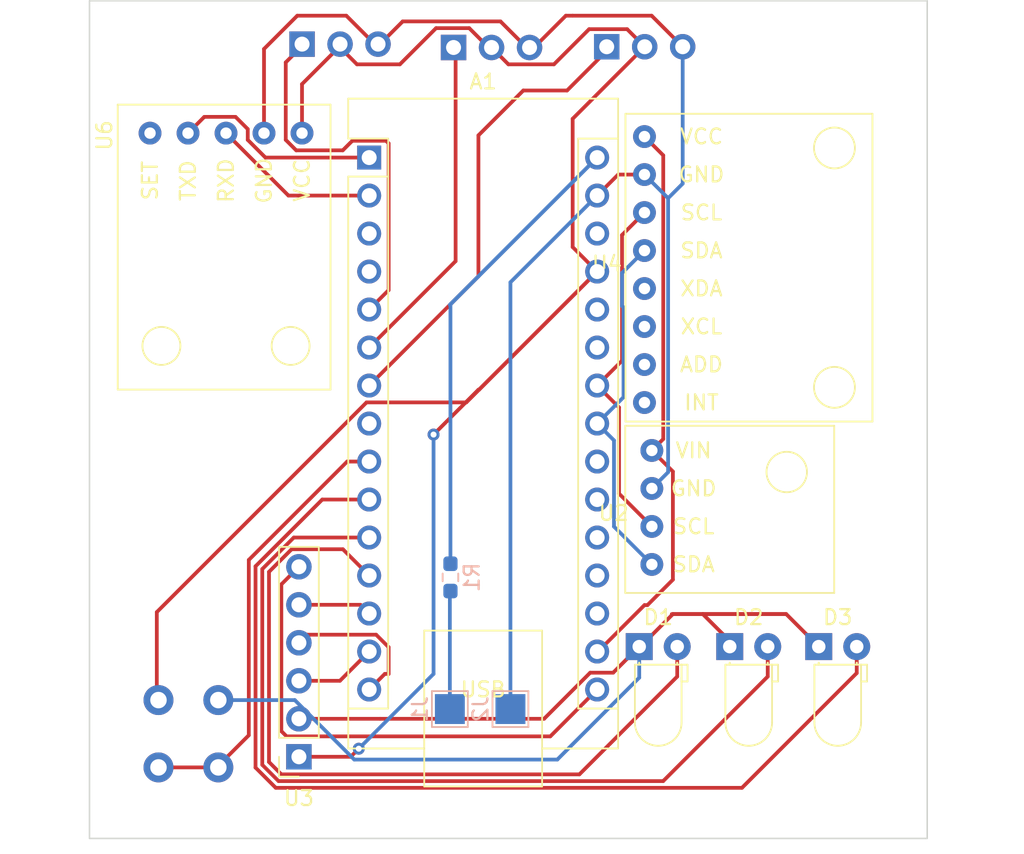
<source format=kicad_pcb>
(kicad_pcb (version 20221018) (generator pcbnew)
  (layers (0 "F.Cu" signal) (31 "B.Cu" signal) (34 "B.Paste" user) (35 "F.Paste" user) (36 "B.SilkS" user "B.Silkscreen") (37 "F.SilkS" user "F.Silkscreen") (38 "B.Mask" user) (39 "F.Mask" user) (44 "Edge.Cuts" user))
  (net 0 "")
  (net 2 "Earth")
  (net 3 "/D10")
  (net 4 "/D11")
  (net 5 "/D12")
  (net 6 "/D13")
  (net 7 "Net-(A1-3V3)")
  (net 13 "Net-(A1-A4)")
  (net 14 "Net-(A1-A5)")
  (net 17 "/5V")
  (net 23 "/TX")
  (net 24 "/RX")
  (net 27 "/D2")
  (net 28 "/D3")
  (net 29 "/D4")
  (net 30 "/D7")
  (net 31 "/D8")
  (net 32 "/D9")
  (net 33 "/D6")
  (net 34 "Net-(J2-Pin_1)")
  (net 35 "Net-(J1-Pin_1)")
  (net 36 "Net-(A1-VIN)")
  (footprint "LED_THT:LED_D3.0mm_Horizontal_O1.27mm_Z2.0mm" (layer "F.Cu") (at 141.8 104.175)
    (fp_text reference "D2" (at 1.27 -1.96) (layer "F.SilkS"))
    (fp_text value "LED")
    (fp_line (start -0.29 1.21) (end -0.29 5.07) (stroke (width 0.12)) (layer "F.SilkS"))
    (fp_line (start -0.29 1.21) (end 2.83 1.21) (stroke (width 0.12)) (layer "F.SilkS"))
    (fp_line (start 0 1.08) (end 0 1.08) (stroke (width 0.12)) (layer "F.SilkS"))
    (fp_line (start 0 1.08) (end 0 1.21) (stroke (width 0.12)) (layer "F.SilkS"))
    (fp_line (start 0 1.21) (end 0 1.08) (stroke (width 0.12)) (layer "F.SilkS"))
    (fp_line (start 0 1.21) (end 0 1.21) (stroke (width 0.12)) (layer "F.SilkS"))
    (fp_line (start 2.54 1.08) (end 2.54 1.08) (stroke (width 0.12)) (layer "F.SilkS"))
    (fp_line (start 2.54 1.08) (end 2.54 1.21) (stroke (width 0.12)) (layer "F.SilkS"))
    (fp_line (start 2.54 1.21) (end 2.54 1.08) (stroke (width 0.12)) (layer "F.SilkS"))
    (fp_line (start 2.54 1.21) (end 2.54 1.21) (stroke (width 0.12)) (layer "F.SilkS"))
    (fp_line (start 2.83 1.21) (end 2.83 5.07) (stroke (width 0.12)) (layer "F.SilkS"))
    (fp_line (start 2.83 1.21) (end 3.23 1.21) (stroke (width 0.12)) (layer "F.SilkS"))
    (fp_line (start 2.83 2.33) (end 2.83 1.21) (stroke (width 0.12)) (layer "F.SilkS"))
    (fp_line (start 3.23 1.21) (end 3.23 2.33) (stroke (width 0.12)) (layer "F.SilkS"))
    (fp_line (start 3.23 2.33) (end 2.83 2.33) (stroke (width 0.12)) (layer "F.SilkS"))
    (fp_arc (start 2.83 5.07) (mid 1.27 6.63) (end -0.29 5.07) (stroke (width 0.12)) (layer "F.SilkS"))
    (pad "1" thru_hole rect (at 0 0) (size 1.8 1.8) (drill 0.9) (layers "*.Cu" "*.Mask") (net 2 "Earth"))
    (pad "2" thru_hole circle (at 2.54 0) (size 1.8 1.8) (drill 0.9) (layers "*.Cu" "*.Mask") (net 31 "/D8"))
  )
  (footprint "usini_sensors:module_bme280_alt" (layer "F.Cu") (at 136.593 98.683)
    (fp_text reference "U2" (at -2.553 -3.433) (layer "F.SilkS"))
    (fp_text value "BMP180")
    (fp_text user "SCL" (at 2.794 -2.54) (layer "F.SilkS"))
    (fp_text user "GND" (at 2.794 -5.08) (layer "F.SilkS"))
    (fp_text user "SDA" (at 2.794 0) (layer "F.SilkS"))
    (fp_text user "VIN" (at 2.794 -7.62) (layer "F.SilkS"))
    (fp_line (start -1.778 -9.271) (end 12.192 -9.271) (stroke (width 0.12)) (layer "F.SilkS"))
    (fp_line (start -1.778 1.905) (end -1.778 -9.271) (stroke (width 0.12)) (layer "F.SilkS"))
    (fp_line (start 12.192 -9.271) (end 12.192 1.905) (stroke (width 0.12)) (layer "F.SilkS"))
    (fp_line (start 12.192 1.905) (end -1.778 1.905) (stroke (width 0.12)) (layer "F.SilkS"))
    (fp_circle (center 9.017 -6.179309) (end 9.779 -5.060916) (stroke (width 0.12)) (fill none) (layer "F.SilkS"))
    (pad "1" thru_hole circle (at 0 -7.62) (size 1.524 1.524) (drill 0.762) (layers "*.Cu" "*.Mask") (net 7 "Net-(A1-3V3)"))
    (pad "2" thru_hole circle (at 0 -5.08) (size 1.524 1.524) (drill 0.762) (layers "*.Cu" "*.Mask") (net 2 "Earth"))
    (pad "3" thru_hole circle (at 0 -2.54) (size 1.524 1.524) (drill 0.762) (layers "*.Cu" "*.Mask") (net 14 "Net-(A1-A5)"))
    (pad "4" thru_hole circle (at 0 0) (size 1.524 1.524) (drill 0.762) (layers "*.Cu" "*.Mask") (net 13 "Net-(A1-A4)"))
  )
  (footprint "Connector_PinSocket_2.54mm:PinSocket_1x06_P2.54mm_Vertical" (layer "F.Cu") (at 113 111.54 180)
    (fp_text reference "U3" (at 0 -2.77) (layer "F.SilkS"))
    (fp_text value "SD_Card_Reader")
    (fp_line (start -1.33 1.27) (end -1.33 14.03) (stroke (width 0.12)) (layer "F.SilkS"))
    (fp_line (start -1.33 1.27) (end 1.33 1.27) (stroke (width 0.12)) (layer "F.SilkS"))
    (fp_line (start -1.33 14.03) (end 1.33 14.03) (stroke (width 0.12)) (layer "F.SilkS"))
    (fp_line (start 0 -1.33) (end 1.33 -1.33) (stroke (width 0.12)) (layer "F.SilkS"))
    (fp_line (start 1.33 -1.33) (end 1.33 0) (stroke (width 0.12)) (layer "F.SilkS"))
    (fp_line (start 1.33 1.27) (end 1.33 14.03) (stroke (width 0.12)) (layer "F.SilkS"))
    (pad "1" thru_hole rect (at 0 0 180) (size 1.7 1.7) (drill 1) (layers "*.Cu" "*.Mask") (net 17 "/5V"))
    (pad "2" thru_hole oval (at 0 2.54 180) (size 1.7 1.7) (drill 1) (layers "*.Cu" "*.Mask") (net 2 "Earth"))
    (pad "3" thru_hole oval (at 0 5.08 180) (size 1.7 1.7) (drill 1) (layers "*.Cu" "*.Mask") (net 4 "/D11"))
    (pad "4" thru_hole oval (at 0 7.62 180) (size 1.7 1.7) (drill 1) (layers "*.Cu" "*.Mask") (net 5 "/D12"))
    (pad "5" thru_hole oval (at 0 10.16 180) (size 1.7 1.7) (drill 1) (layers "*.Cu" "*.Mask") (net 3 "/D10"))
    (pad "6" thru_hole oval (at 0 12.7 180) (size 1.7 1.7) (drill 1) (layers "*.Cu" "*.Mask") (net 6 "/D13"))
  )
  (footprint "LED_THT:LED_D3.0mm_Horizontal_O1.27mm_Z2.0mm" (layer "F.Cu") (at 147.75 104.175)
    (fp_text reference "D3" (at 1.27 -1.96) (layer "F.SilkS"))
    (fp_text value "LED")
    (fp_line (start -0.29 1.21) (end -0.29 5.07) (stroke (width 0.12)) (layer "F.SilkS"))
    (fp_line (start -0.29 1.21) (end 2.83 1.21) (stroke (width 0.12)) (layer "F.SilkS"))
    (fp_line (start 0 1.08) (end 0 1.08) (stroke (width 0.12)) (layer "F.SilkS"))
    (fp_line (start 0 1.08) (end 0 1.21) (stroke (width 0.12)) (layer "F.SilkS"))
    (fp_line (start 0 1.21) (end 0 1.08) (stroke (width 0.12)) (layer "F.SilkS"))
    (fp_line (start 0 1.21) (end 0 1.21) (stroke (width 0.12)) (layer "F.SilkS"))
    (fp_line (start 2.54 1.08) (end 2.54 1.08) (stroke (width 0.12)) (layer "F.SilkS"))
    (fp_line (start 2.54 1.08) (end 2.54 1.21) (stroke (width 0.12)) (layer "F.SilkS"))
    (fp_line (start 2.54 1.21) (end 2.54 1.08) (stroke (width 0.12)) (layer "F.SilkS"))
    (fp_line (start 2.54 1.21) (end 2.54 1.21) (stroke (width 0.12)) (layer "F.SilkS"))
    (fp_line (start 2.83 1.21) (end 2.83 5.07) (stroke (width 0.12)) (layer "F.SilkS"))
    (fp_line (start 2.83 1.21) (end 3.23 1.21) (stroke (width 0.12)) (layer "F.SilkS"))
    (fp_line (start 2.83 2.33) (end 2.83 1.21) (stroke (width 0.12)) (layer "F.SilkS"))
    (fp_line (start 3.23 1.21) (end 3.23 2.33) (stroke (width 0.12)) (layer "F.SilkS"))
    (fp_line (start 3.23 2.33) (end 2.83 2.33) (stroke (width 0.12)) (layer "F.SilkS"))
    (fp_arc (start 2.83 5.07) (mid 1.27 6.63) (end -0.29 5.07) (stroke (width 0.12)) (layer "F.SilkS"))
    (pad "1" thru_hole rect (at 0 0) (size 1.8 1.8) (drill 0.9) (layers "*.Cu" "*.Mask") (net 2 "Earth"))
    (pad "2" thru_hole circle (at 2.54 0) (size 1.8 1.8) (drill 0.9) (layers "*.Cu" "*.Mask") (net 30 "/D7"))
  )
  (footprint "usini_sensors:module_bh1750" (layer "F.Cu") (at 103.047 69.85 -90)
    (fp_text reference "U6" (at 0.15 3.047 -90) (layer "F.SilkS"))
    (fp_text value "HC-12")
    (fp_text user "TXD" (at 3.175 -2.54 90) (layer "F.SilkS"))
    (fp_text user "SET" (at 3.175 0 90) (layer "F.SilkS"))
    (fp_text user "GND" (at 3.175 -7.62 90) (layer "F.SilkS"))
    (fp_text user "RXD" (at 3.175 -5.08 90) (layer "F.SilkS"))
    (fp_text user "VCC" (at 3.15 -10.16 90) (layer "F.SilkS"))
    (fp_line (start -1.905 -12.065) (end 17.145 -12.065) (stroke (width 0.12)) (layer "F.SilkS"))
    (fp_line (start -1.905 2.159) (end -1.905 -12.065) (stroke (width 0.12)) (layer "F.SilkS"))
    (fp_line (start 17.145 -12.065) (end 17.145 2.159) (stroke (width 0.12)) (layer "F.SilkS"))
    (fp_line (start 17.145 2.159) (end -1.905 2.159) (stroke (width 0.12)) (layer "F.SilkS"))
    (fp_circle (center 14.224 -9.398) (end 14.224 -8.128) (stroke (width 0.12)) (fill none) (layer "F.SilkS"))
    (fp_circle (center 14.224 -0.762) (end 14.224 0.508) (stroke (width 0.12)) (fill none) (layer "F.SilkS"))
    (pad "1" thru_hole circle (at 0 -10.16 270) (size 1.524 1.524) (drill 0.762) (layers "*.Cu" "*.Mask") (net 17 "/5V"))
    (pad "2" thru_hole circle (at 0 -7.62 270) (size 1.524 1.524) (drill 0.762) (layers "*.Cu" "*.Mask") (net 2 "Earth"))
    (pad "3" thru_hole circle (at 0 -5.08 270) (size 1.524 1.524) (drill 0.762) (layers "*.Cu" "*.Mask") (net 24 "/RX"))
    (pad "4" thru_hole circle (at 0 -2.54 270) (size 1.524 1.524) (drill 0.762) (layers "*.Cu" "*.Mask") (net 23 "/TX"))
    (pad "5" thru_hole circle (at 0 0 270) (size 1.524 1.524) (drill 0.762) (layers "*.Cu" "*.Mask"))
  )
  (footprint "usini_sensors:module_mpu6050" (layer "F.Cu") (at 136.1 87.86)
    (fp_text reference "U4" (at -2.505 -9.277) (layer "F.SilkS"))
    (fp_text value "MPU")
    (fp_text user "ADD" (at 3.81 -2.54) (layer "F.SilkS"))
    (fp_text user "XDA" (at 3.81 -7.62) (layer "F.SilkS"))
    (fp_text user "VCC" (at 3.81 -17.78) (layer "F.SilkS"))
    (fp_text user "INT" (at 3.81 0) (layer "F.SilkS"))
    (fp_text user "SCL" (at 3.81 -12.7) (layer "F.SilkS"))
    (fp_text user "GND" (at 3.81 -15.24) (layer "F.SilkS"))
    (fp_text user "XCL" (at 3.81 -5.08) (layer "F.SilkS"))
    (fp_text user "SDA" (at 3.81 -10.16) (layer "F.SilkS"))
    (fp_line (start -1.27 -19.304) (end 15.24 -19.304) (stroke (width 0.12)) (layer "F.SilkS"))
    (fp_line (start -1.27 1.27) (end -1.27 -19.304) (stroke (width 0.12)) (layer "F.SilkS"))
    (fp_line (start 15.24 -19.304) (end 15.24 1.27) (stroke (width 0.12)) (layer "F.SilkS"))
    (fp_line (start 15.24 1.27) (end -1.27 1.27) (stroke (width 0.12)) (layer "F.SilkS"))
    (fp_circle (center 12.7 -17.018) (end 13.208 -15.748) (stroke (width 0.12)) (fill none) (layer "F.SilkS"))
    (fp_circle (center 12.7 -1.016) (end 13.208 0.254) (stroke (width 0.12)) (fill none) (layer "F.SilkS"))
    (pad "1" thru_hole circle (at 0 -17.78) (size 1.524 1.524) (drill 0.762) (layers "*.Cu" "*.Mask") (net 7 "Net-(A1-3V3)"))
    (pad "2" thru_hole circle (at 0 -15.24) (size 1.524 1.524) (drill 0.762) (layers "*.Cu" "*.Mask") (net 2 "Earth"))
    (pad "3" thru_hole circle (at 0 -12.7) (size 1.524 1.524) (drill 0.762) (layers "*.Cu" "*.Mask") (net 14 "Net-(A1-A5)"))
    (pad "4" thru_hole circle (at 0 -10.16) (size 1.524 1.524) (drill 0.762) (layers "*.Cu" "*.Mask") (net 13 "Net-(A1-A4)"))
    (pad "5" thru_hole circle (at 0 -7.62) (size 1.524 1.524) (drill 0.762) (layers "*.Cu" "*.Mask"))
    (pad "6" thru_hole circle (at 0 -5.08) (size 1.524 1.524) (drill 0.762) (layers "*.Cu" "*.Mask"))
    (pad "7" thru_hole circle (at 0 -2.54) (size 1.524 1.524) (drill 0.762) (layers "*.Cu" "*.Mask"))
    (pad "8" thru_hole circle (at 0 0) (size 1.524 1.524) (drill 0.762) (layers "*.Cu" "*.Mask"))
  )
  (footprint "Connector_PinHeader_2.54mm:PinHeader_1x03_P2.54mm_Horizontal" (layer "F.Cu") (at 113.16 63.85 90)
    (fp_text reference "M2" hide)
    (fp_text value "Motor_Servo" hide)
    (pad "1" thru_hole rect (at -0.05 0.05 90) (size 1.7 1.7) (drill 1) (layers "*.Cu" "*.Mask") (net 27 "/D2"))
    (pad "2" thru_hole oval (at -0.05 2.59 90) (size 1.7 1.7) (drill 1) (layers "*.Cu" "*.Mask") (net 17 "/5V"))
    (pad "3" thru_hole oval (at -0.05 5.13 90) (size 1.7 1.7) (drill 1) (layers "*.Cu" "*.Mask") (net 2 "Earth"))
  )
  (footprint "MountingHole:MountingHole_2.2mm_M2" (layer "F.Cu") (at 152 114)
    (fp_text reference "REF**" hide)
    (fp_text value "MountingHole_2.2mm_M2")
    (pad "" np_thru_hole circle (at 0 0) (size 2.2 2.2) (drill 2.2) (layers "*.Cu" "*.Mask"))
  )
  (footprint "Connector_PinHeader_2.54mm:PinHeader_1x03_P2.54mm_Horizontal" (layer "F.Cu") (at 133.575 64.075 90)
    (fp_text reference "M1" hide)
    (fp_text value "Motor_Servo" hide)
    (pad "1" thru_hole rect (at 0 0 90) (size 1.7 1.7) (drill 1) (layers "*.Cu" "*.Mask") (net 29 "/D4"))
    (pad "2" thru_hole oval (at 0 2.54 90) (size 1.7 1.7) (drill 1) (layers "*.Cu" "*.Mask") (net 17 "/5V"))
    (pad "3" thru_hole oval (at 0 5.08 90) (size 1.7 1.7) (drill 1) (layers "*.Cu" "*.Mask") (net 2 "Earth"))
  )
  (footprint "Button_Switch_THT:SW_PUSH_6mm_H4.3mm" (layer "F.Cu") (at 101.1125 107.75)
    (fp_text reference "U1" hide)
    (fp_text value "ADG633YCP" hide)
    (pad "1" thru_hole circle (at 2.5 0 90) (size 2 2) (drill 1.1) (layers "*.Cu" "*.Mask") (net 17 "/5V"))
    (pad "1" thru_hole circle (at 6.5 0 90) (size 2 2) (drill 1.1) (layers "*.Cu" "*.Mask") (net 2 "Earth"))
    (pad "2" thru_hole circle (at 2.5 4.5 90) (size 2 2) (drill 1.1) (layers "*.Cu" "*.Mask") (net 33 "/D6"))
    (pad "2" thru_hole circle (at 6.5 4.5 90) (size 2 2) (drill 1.1) (layers "*.Cu" "*.Mask") (net 33 "/D6"))
  )
  (footprint "MountingHole:MountingHole_2.2mm_M2" (layer "F.Cu") (at 102.5 64.4)
    (fp_text reference "REF**" hide)
    (fp_text value "MountingHole_2.2mm_M2")
    (pad "" np_thru_hole circle (at 0 0) (size 2.2 2.2) (drill 2.2) (layers "*.Cu" "*.Mask"))
  )
  (footprint "Module:Arduino_Nano" (layer "F.Cu") (at 117.697 71.484)
    (fp_text reference "A1" (at 7.62 -5.08) (layer "F.SilkS"))
    (fp_text value "Arduino_Nano_v3.x")
    (fp_text user "USB" (at 7.62 35.56 unlocked) (layer "F.SilkS"))
    (fp_line (start -1.4 -3.94) (end -1.4 -1.27) (stroke (width 0.12)) (layer "F.SilkS"))
    (fp_line (start -1.4 1.27) (end -1.4 39.5) (stroke (width 0.12)) (layer "F.SilkS"))
    (fp_line (start -1.4 39.5) (end 3.68 39.5) (stroke (width 0.12)) (layer "F.SilkS"))
    (fp_line (start 1.27 -1.27) (end -1.4 -1.27) (stroke (width 0.12)) (layer "F.SilkS"))
    (fp_line (start 1.27 1.27) (end -1.4 1.27) (stroke (width 0.12)) (layer "F.SilkS"))
    (fp_line (start 1.27 1.27) (end 1.27 -1.27) (stroke (width 0.12)) (layer "F.SilkS"))
    (fp_line (start 1.27 1.27) (end 1.27 36.83) (stroke (width 0.12)) (layer "F.SilkS"))
    (fp_line (start 1.27 36.83) (end -1.4 36.83) (stroke (width 0.12)) (layer "F.SilkS"))
    (fp_line (start 3.68 31.62) (end 11.56 31.62) (stroke (width 0.12)) (layer "F.SilkS"))
    (fp_line (start 3.68 42.04) (end 3.68 31.62) (stroke (width 0.12)) (layer "F.SilkS"))
    (fp_line (start 11.56 31.62) (end 11.56 42.04) (stroke (width 0.12)) (layer "F.SilkS"))
    (fp_line (start 11.56 42.04) (end 3.68 42.04) (stroke (width 0.12)) (layer "F.SilkS"))
    (fp_line (start 13.97 -1.27) (end 13.97 36.83) (stroke (width 0.12)) (layer "F.SilkS"))
    (fp_line (start 13.97 -1.27) (end 16.64 -1.27) (stroke (width 0.12)) (layer "F.SilkS"))
    (fp_line (start 13.97 36.83) (end 16.64 36.83) (stroke (width 0.12)) (layer "F.SilkS"))
    (fp_line (start 16.64 -3.94) (end -1.4 -3.94) (stroke (width 0.12)) (layer "F.SilkS"))
    (fp_line (start 16.64 39.5) (end 11.56 39.5) (stroke (width 0.12)) (layer "F.SilkS"))
    (fp_line (start 16.64 39.5) (end 16.64 -3.94) (stroke (width 0.12)) (layer "F.SilkS"))
    (pad "1" thru_hole rect (at 0 0) (size 1.6 1.6) (drill 1) (layers "*.Cu" "*.Mask") (net 23 "/TX"))
    (pad "2" thru_hole oval (at 0 2.54) (size 1.6 1.6) (drill 1) (layers "*.Cu" "*.Mask") (net 24 "/RX"))
    (pad "3" thru_hole oval (at 0 5.08) (size 1.6 1.6) (drill 1) (layers "*.Cu" "*.Mask"))
    (pad "4" thru_hole oval (at 0 7.62) (size 1.6 1.6) (drill 1) (layers "*.Cu" "*.Mask") (net 2 "Earth"))
    (pad "5" thru_hole oval (at 0 10.16) (size 1.6 1.6) (drill 1) (layers "*.Cu" "*.Mask") (net 27 "/D2"))
    (pad "6" thru_hole oval (at 0 12.7) (size 1.6 1.6) (drill 1) (layers "*.Cu" "*.Mask") (net 28 "/D3"))
    (pad "7" thru_hole oval (at 0 15.24) (size 1.6 1.6) (drill 1) (layers "*.Cu" "*.Mask") (net 29 "/D4"))
    (pad "8" thru_hole oval (at 0 17.78) (size 1.6 1.6) (drill 1) (layers "*.Cu" "*.Mask"))
    (pad "9" thru_hole oval (at 0 20.32) (size 1.6 1.6) (drill 1) (layers "*.Cu" "*.Mask") (net 33 "/D6"))
    (pad "10" thru_hole oval (at 0 22.86) (size 1.6 1.6) (drill 1) (layers "*.Cu" "*.Mask") (net 30 "/D7"))
    (pad "11" thru_hole oval (at 0 25.4) (size 1.6 1.6) (drill 1) (layers "*.Cu" "*.Mask") (net 31 "/D8"))
    (pad "12" thru_hole oval (at 0 27.94) (size 1.6 1.6) (drill 1) (layers "*.Cu" "*.Mask") (net 32 "/D9"))
    (pad "13" thru_hole oval (at 0 30.48) (size 1.6 1.6) (drill 1) (layers "*.Cu" "*.Mask") (net 3 "/D10"))
    (pad "14" thru_hole oval (at 0 33.02) (size 1.6 1.6) (drill 1) (layers "*.Cu" "*.Mask") (net 4 "/D11"))
    (pad "15" thru_hole oval (at 0 35.56) (size 1.6 1.6) (drill 1) (layers "*.Cu" "*.Mask") (net 5 "/D12"))
    (pad "16" thru_hole oval (at 15.24 35.56) (size 1.6 1.6) (drill 1) (layers "*.Cu" "*.Mask") (net 6 "/D13"))
    (pad "17" thru_hole oval (at 15.24 33.02) (size 1.6 1.6) (drill 1) (layers "*.Cu" "*.Mask") (net 7 "Net-(A1-3V3)"))
    (pad "18" thru_hole oval (at 15.24 30.48) (size 1.6 1.6) (drill 1) (layers "*.Cu" "*.Mask"))
    (pad "19" thru_hole oval (at 15.24 27.94) (size 1.6 1.6) (drill 1) (layers "*.Cu" "*.Mask"))
    (pad "20" thru_hole oval (at 15.24 25.4) (size 1.6 1.6) (drill 1) (layers "*.Cu" "*.Mask"))
    (pad "21" thru_hole oval (at 15.24 22.86) (size 1.6 1.6) (drill 1) (layers "*.Cu" "*.Mask"))
    (pad "22" thru_hole oval (at 15.24 20.32) (size 1.6 1.6) (drill 1) (layers "*.Cu" "*.Mask"))
    (pad "23" thru_hole oval (at 15.24 17.78) (size 1.6 1.6) (drill 1) (layers "*.Cu" "*.Mask") (net 13 "Net-(A1-A4)"))
    (pad "24" thru_hole oval (at 15.24 15.24) (size 1.6 1.6) (drill 1) (layers "*.Cu" "*.Mask") (net 14 "Net-(A1-A5)"))
    (pad "25" thru_hole oval (at 15.24 12.7) (size 1.6 1.6) (drill 1) (layers "*.Cu" "*.Mask"))
    (pad "26" thru_hole oval (at 15.24 10.16) (size 1.6 1.6) (drill 1) (layers "*.Cu" "*.Mask"))
    (pad "27" thru_hole oval (at 15.24 7.62) (size 1.6 1.6) (drill 1) (layers "*.Cu" "*.Mask") (net 17 "/5V"))
    (pad "28" thru_hole oval (at 15.24 5.08) (size 1.6 1.6) (drill 1) (layers "*.Cu" "*.Mask"))
    (pad "29" thru_hole oval (at 15.24 2.54) (size 1.6 1.6) (drill 1) (layers "*.Cu" "*.Mask") (net 2 "Earth"))
    (pad "30" thru_hole oval (at 15.24 0) (size 1.6 1.6) (drill 1) (layers "*.Cu" "*.Mask") (net 36 "Net-(A1-VIN)"))
  )
  (footprint "MountingHole:MountingHole_2.2mm_M2" (layer "F.Cu") (at 151 64.5)
    (fp_text reference "REF**" hide)
    (fp_text value "MountingHole_2.2mm_M2")
    (pad "" np_thru_hole circle (at 0 0) (size 2.2 2.2) (drill 2.2) (layers "*.Cu" "*.Mask"))
  )
  (footprint "Connector_PinHeader_2.54mm:PinHeader_1x03_P2.54mm_Horizontal" (layer "F.Cu") (at 123.2875 64.075 90)
    (fp_text reference "M3" hide)
    (fp_text value "Motor_Servo" hide)
    (pad "1" thru_hole rect (at -0.05 0.05 90) (size 1.7 1.7) (drill 1) (layers "*.Cu" "*.Mask") (net 28 "/D3"))
    (pad "2" thru_hole oval (at -0.05 2.59 90) (size 1.7 1.7) (drill 1) (layers "*.Cu" "*.Mask") (net 17 "/5V"))
    (pad "3" thru_hole oval (at -0.05 5.13 90) (size 1.7 1.7) (drill 1) (layers "*.Cu" "*.Mask") (net 2 "Earth"))
  )
  (footprint "LED_THT:LED_D3.0mm_Horizontal_O1.27mm_Z2.0mm" (layer "F.Cu") (at 135.75 104.175)
    (fp_text reference "D1" (at 1.27 -1.96) (layer "F.SilkS"))
    (fp_text value "LED")
    (fp_line (start -0.29 1.21) (end -0.29 5.07) (stroke (width 0.12)) (layer "F.SilkS"))
    (fp_line (start -0.29 1.21) (end 2.83 1.21) (stroke (width 0.12)) (layer "F.SilkS"))
    (fp_line (start 0 1.08) (end 0 1.08) (stroke (width 0.12)) (layer "F.SilkS"))
    (fp_line (start 0 1.08) (end 0 1.21) (stroke (width 0.12)) (layer "F.SilkS"))
    (fp_line (start 0 1.21) (end 0 1.08) (stroke (width 0.12)) (layer "F.SilkS"))
    (fp_line (start 0 1.21) (end 0 1.21) (stroke (width 0.12)) (layer "F.SilkS"))
    (fp_line (start 2.54 1.08) (end 2.54 1.08) (stroke (width 0.12)) (layer "F.SilkS"))
    (fp_line (start 2.54 1.08) (end 2.54 1.21) (stroke (width 0.12)) (layer "F.SilkS"))
    (fp_line (start 2.54 1.21) (end 2.54 1.08) (stroke (width 0.12)) (layer "F.SilkS"))
    (fp_line (start 2.54 1.21) (end 2.54 1.21) (stroke (width 0.12)) (layer "F.SilkS"))
    (fp_line (start 2.83 1.21) (end 2.83 5.07) (stroke (width 0.12)) (layer "F.SilkS"))
    (fp_line (start 2.83 1.21) (end 3.23 1.21) (stroke (width 0.12)) (layer "F.SilkS"))
    (fp_line (start 2.83 2.33) (end 2.83 1.21) (stroke (width 0.12)) (layer "F.SilkS"))
    (fp_line (start 3.23 1.21) (end 3.23 2.33) (stroke (width 0.12)) (layer "F.SilkS"))
    (fp_line (start 3.23 2.33) (end 2.83 2.33) (stroke (width 0.12)) (layer "F.SilkS"))
    (fp_arc (start 2.83 5.07) (mid 1.27 6.63) (end -0.29 5.07) (stroke (width 0.12)) (layer "F.SilkS"))
    (pad "1" thru_hole rect (at 0 0) (size 1.8 1.8) (drill 0.9) (layers "*.Cu" "*.Mask") (net 2 "Earth"))
    (pad "2" thru_hole circle (at 2.54 0) (size 1.8 1.8) (drill 0.9) (layers "*.Cu" "*.Mask") (net 32 "/D9"))
  )
  (footprint "TestPoint:TestPoint_Pad_2.0x2.0mm" (layer "B.Cu") (at 127.14 108.35 -90)
    (fp_text reference "J2" (at 0 1.998 90) (layer "B.SilkS") (effects (justify mirror)))
    (fp_text value "Conn_01x01_Pin")
    (fp_line (start -1.2 -1.2) (end -1.2 1.2) (stroke (width 0.12)) (layer "B.SilkS"))
    (fp_line (start -1.2 1.2) (end 1.2 1.2) (stroke (width 0.12)) (layer "B.SilkS"))
    (fp_line (start 1.2 -1.2) (end -1.2 -1.2) (stroke (width 0.12)) (layer "B.SilkS"))
    (fp_line (start 1.2 1.2) (end 1.2 -1.2) (stroke (width 0.12)) (layer "B.SilkS"))
    (pad "1" smd rect (at 0 0 270) (size 2 2) (layers "B.Cu" "B.Mask") (net 34 "Net-(J2-Pin_1)"))
  )
  (footprint "TestPoint:TestPoint_Pad_2.0x2.0mm" (layer "B.Cu") (at 123.09 108.35 -90)
    (fp_text reference "J1" (at 0 1.998 90) (layer "B.SilkS") (effects (justify mirror)))
    (fp_text value "Conn_01x01_Pin")
    (fp_line (start -1.2 -1.2) (end -1.2 1.2) (stroke (width 0.12)) (layer "B.SilkS"))
    (fp_line (start -1.2 1.2) (end 1.2 1.2) (stroke (width 0.12)) (layer "B.SilkS"))
    (fp_line (start 1.2 -1.2) (end -1.2 -1.2) (stroke (width 0.12)) (layer "B.SilkS"))
    (fp_line (start 1.2 1.2) (end 1.2 -1.2) (stroke (width 0.12)) (layer "B.SilkS"))
    (pad "1" smd rect (at 0 0 270) (size 2 2) (layers "B.Cu" "B.Mask") (net 35 "Net-(J1-Pin_1)"))
  )
  (footprint "Resistor_SMD:R_0603_1608Metric_Pad0.98x0.95mm_HandSolder" (layer "B.Cu") (at 123.13 99.5475 90)
    (fp_text reference "R1" (at 0 1.43 90) (layer "B.SilkS") (effects (justify mirror)))
    (fp_text value "TBD")
    (fp_line (start -0.254724 -0.5225) (end 0.254724 -0.5225) (stroke (width 0.12)) (layer "B.SilkS"))
    (fp_line (start -0.254724 0.5225) (end 0.254724 0.5225) (stroke (width 0.12)) (layer "B.SilkS"))
    (pad "1" smd roundrect (at -0.9125 0 90) (size 0.975 0.95) (layers "B.Cu" "B.Paste" "B.Mask") (net 35 "Net-(J1-Pin_1)"))
    (pad "2" smd roundrect (at 0.9125 0 90) (size 0.975 0.95) (layers "B.Cu" "B.Paste" "B.Mask") (net 36 "Net-(A1-VIN)"))
  )
  (gr_rect (start 99 61) (end 155 117) (stroke (width 0.1)) (fill none) (layer "Edge.Cuts"))
  (segment (start 134.341 72.62) (end 132.937 74.024) (width 0.25) (layer "F.Cu") (net 2))
  (segment (start 126.4725 62.38) (end 128.4675 64.375) (width 0.25) (layer "F.Cu") (net 2))
  (segment (start 140 102) (end 145.575 102) (width 0.25) (layer "F.Cu") (net 2))
  (segment (start 113 109) (end 118.43 109) (width 0.25) (layer "F.Cu") (net 2))
  (segment (start 137.925 102) (end 140 102) (width 0.25) (layer "F.Cu") (net 2))
  (segment (start 116.17 62) (end 118.245 64.075) (width 0.25) (layer "F.Cu") (net 2))
  (segment (start 138 102) (end 145.575 102) (width 0.25) (layer "F.Cu") (net 2))
  (segment (start 136.1 72.62) (end 134.341 72.62) (width 0.25) (layer "F.Cu") (net 2))
  (segment (start 118.245 64.075) (end 119.94 62.38) (width 0.25) (layer "F.Cu") (net 2))
  (segment (start 112.89 62) (end 116.17 62) (width 0.25) (layer "F.Cu") (net 2))
  (segment (start 118.43 109) (end 129.390009 109) (width 0.25) (layer "F.Cu") (net 2))
  (segment (start 140 102) (end 141.75 103.75) (width 0.25) (layer "F.Cu") (net 2))
  (segment (start 136.58 62) (end 131.3 62) (width 0.25) (layer "F.Cu") (net 2))
  (segment (start 128.4675 64.375) (end 130.8425 62) (width 0.25) (layer "F.Cu") (net 2))
  (segment (start 138.655 64.075) (end 136.58 62) (width 0.25) (layer "F.Cu") (net 2))
  (segment (start 135.75 104.175) (end 135.825 104.175) (width 0.25) (layer "F.Cu") (net 2))
  (segment (start 135.825 104.175) (end 138 102) (width 0.25) (layer "F.Cu") (net 2))
  (segment (start 119.94 62.38) (end 126.4725 62.38) (width 0.25) (layer "F.Cu") (net 2))
  (segment (start 132.471009 105.919) (end 134.006 105.919) (width 0.25) (layer "F.Cu") (net 2))
  (segment (start 145.575 102) (end 147.75 104.175) (width 0.25) (layer "F.Cu") (net 2))
  (segment (start 110.667 64.223) (end 112.89 62) (width 0.25) (layer "F.Cu") (net 2))
  (segment (start 129.390009 109) (end 132.471009 105.919) (width 0.25) (layer "F.Cu") (net 2))
  (segment (start 134.006 105.919) (end 135.75 104.175) (width 0.25) (layer "F.Cu") (net 2))
  (segment (start 110.667 69.85) (end 110.667 64.223) (width 0.25) (layer "F.Cu") (net 2))
  (segment (start 130.8425 62) (end 131.3 62) (width 0.25) (layer "F.Cu") (net 2))
  (segment (start 138.655 73.225) (end 137.68 74.2) (width 0.25) (layer "B.Cu") (net 2))
  (segment (start 135.75 106.25) (end 130.275 111.725) (width 0.25) (layer "B.Cu") (net 2))
  (segment (start 130.275 111.725) (end 116.699695 111.725) (width 0.25) (layer "B.Cu") (net 2))
  (segment (start 136.593 93.603) (end 137.68 92.516) (width 0.25) (layer "B.Cu") (net 2))
  (segment (start 137.68 92.516) (end 137.68 74.2) (width 0.25) (layer "B.Cu") (net 2))
  (segment (start 137.68 74.2) (end 136.1 72.62) (width 0.25) (layer "B.Cu") (net 2))
  (segment (start 138.655 64.075) (end 138.655 73.225) (width 0.25) (layer "B.Cu") (net 2))
  (segment (start 116.699695 111.725) (end 112.724695 107.75) (width 0.25) (layer "B.Cu") (net 2))
  (segment (start 135.75 104.175) (end 135.75 106.25) (width 0.25) (layer "B.Cu") (net 2))
  (segment (start 112.724695 107.75) (end 107.6125 107.75) (width 0.25) (layer "B.Cu") (net 2))
  (segment (start 117.113 101.38) (end 117.697 101.964) (width 0.25) (layer "F.Cu") (net 3))
  (segment (start 113 101.38) (end 117.113 101.38) (width 0.25) (layer "F.Cu") (net 3))
  (segment (start 113 106.46) (end 115.741 106.46) (width 0.25) (layer "F.Cu") (net 4))
  (segment (start 115.741 106.46) (end 117.697 104.504) (width 0.25) (layer "F.Cu") (net 4))
  (segment (start 118.741 106) (end 117.697 107.044) (width 0.25) (layer "F.Cu") (net 5))
  (segment (start 113 103.92) (end 113.541 103.379) (width 0.25) (layer "F.Cu") (net 5))
  (segment (start 113.541 103.379) (end 118.162991 103.379) (width 0.25) (layer "F.Cu") (net 5))
  (segment (start 119 106) (end 118.741 106) (width 0.25) (layer "F.Cu") (net 5))
  (segment (start 118.162991 103.379) (end 119 104.216009) (width 0.25) (layer "F.Cu") (net 5))
  (segment (start 119 104.216009) (end 119 106) (width 0.25) (layer "F.Cu") (net 5))
  (segment (start 129.806 110.175) (end 132.937 107.044) (width 0.25) (layer "F.Cu") (net 6))
  (segment (start 111.825 109.825) (end 112.175 110.175) (width 0.25) (layer "F.Cu") (net 6))
  (segment (start 112.175 110.175) (end 129.806 110.175) (width 0.25) (layer "F.Cu") (net 6))
  (segment (start 113 98.84) (end 111.825 100.015) (width 0.25) (layer "F.Cu") (net 6))
  (segment (start 111.825 100.015) (end 111.825 109.825) (width 0.25) (layer "F.Cu") (net 6))
  (segment (start 136.593 91.063) (end 138 92.47) (width 0.25) (layer "F.Cu") (net 7))
  (segment (start 138 99.7) (end 136.3 101.4) (width 0.25) (layer "F.Cu") (net 7))
  (segment (start 136.1 70.08) (end 137.354999 71.334999) (width 0.25) (layer "F.Cu") (net 7))
  (segment (start 138 92.47) (end 138 99.7) (width 0.25) (layer "F.Cu") (net 7))
  (segment (start 137.354999 71.334999) (end 137.354999 90.301001) (width 0.25) (layer "F.Cu") (net 7))
  (segment (start 136.3 101.4) (end 136.1 101.4) (width 0.25) (layer "F.Cu") (net 7))
  (segment (start 132.996 104.504) (end 132.937 104.504) (width 0.25) (layer "F.Cu") (net 7))
  (segment (start 137.354999 90.301001) (end 136.593 91.063) (width 0.25) (layer "F.Cu") (net 7))
  (segment (start 136.1 101.4) (end 132.996 104.504) (width 0.25) (layer "F.Cu") (net 7))
  (segment (start 134.7 87.501) (end 132.937 89.264) (width 0.25) (layer "B.Cu") (net 13))
  (segment (start 136.593 98.683) (end 134.062 96.152) (width 0.25) (layer "B.Cu") (net 13))
  (segment (start 136.1 77.7) (end 134.6 79.2) (width 0.25) (layer "B.Cu") (net 13))
  (segment (start 134.7 81.5) (end 134.7 87.501) (width 0.25) (layer "B.Cu") (net 13))
  (segment (start 134.6 81.4) (end 134.7 81.5) (width 0.25) (layer "B.Cu") (net 13))
  (segment (start 134.062 96.152) (end 134.062 90.389) (width 0.25) (layer "B.Cu") (net 13))
  (segment (start 134.6 79.2) (end 134.6 81.4) (width 0.25) (layer "B.Cu") (net 13))
  (segment (start 134.062 90.389) (end 132.937 89.264) (width 0.25) (layer "B.Cu") (net 13))
  (segment (start 134.4 93.95) (end 134.4 88.187) (width 0.25) (layer "F.Cu") (net 14))
  (segment (start 136.1 75.16) (end 134.6 76.66) (width 0.25) (layer "F.Cu") (net 14))
  (segment (start 134.6 76.66) (end 134.6 85.061) (width 0.25) (layer "F.Cu") (net 14))
  (segment (start 134.6 85.061) (end 132.937 86.724) (width 0.25) (layer "F.Cu") (net 14))
  (segment (start 136.593 96.143) (end 134.4 93.95) (width 0.25) (layer "F.Cu") (net 14))
  (segment (start 134.4 88.187) (end 132.937 86.724) (width 0.25) (layer "F.Cu") (net 14))
  (segment (start 113.207 69.85) (end 113.207 66.573) (width 0.25) (layer "F.Cu") (net 17))
  (segment (start 122.17 62.83) (end 124.3825 62.83) (width 0.25) (layer "F.Cu") (net 17))
  (segment (start 122 90) (end 125 87) (width 0.25) (layer "F.Cu") (net 17))
  (segment (start 125.041 87) (end 132.937 79.104) (width 0.25) (layer "F.Cu") (net 17))
  (segment (start 130.05 65.25) (end 127.0025 65.25) (width 0.25) (layer "F.Cu") (net 17))
  (segment (start 136.115 64.075) (end 131.3 68.89) (width 0.25) (layer "F.Cu") (net 17))
  (segment (start 136.115 64.075) (end 134.94 62.9) (width 0.25) (layer "F.Cu") (net 17))
  (segment (start 134.94 62.9) (end 132.4 62.9) (width 0.25) (layer "F.Cu") (net 17))
  (segment (start 125 87) (end 125.041 87) (width 0.25) (layer "F.Cu") (net 17))
  (segment (start 103.5 107.75) (end 103.5 101.870009) (width 0.25) (layer "F.Cu") (net 17))
  (segment (start 117.521009 87.849) (end 124.192 87.849) (width 0.25) (layer "F.Cu") (net 17))
  (segment (start 116.88 65.25) (end 119.75 65.25) (width 0.25) (layer "F.Cu") (net 17))
  (segment (start 113.207 66.573) (end 115.705 64.075) (width 0.25) (layer "F.Cu") (net 17))
  (segment (start 113 111.54) (end 116.46 111.54) (width 0.25) (layer "F.Cu") (net 17))
  (segment (start 116.46 111.54) (end 117 111) (width 0.25) (layer "F.Cu") (net 17))
  (segment (start 127.0025 65.25) (end 125.8275 64.075) (width 0.25) (layer "F.Cu") (net 17))
  (segment (start 103.5 101.870009) (end 117.521009 87.849) (width 0.25) (layer "F.Cu") (net 17))
  (segment (start 115.705 64.075) (end 116.88 65.25) (width 0.25) (layer "F.Cu") (net 17))
  (segment (start 132.4 62.9) (end 130.05 65.25) (width 0.25) (layer "F.Cu") (net 17))
  (segment (start 131.3 77.467) (end 132.937 79.104) (width 0.25) (layer "F.Cu") (net 17))
  (segment (start 119.75 65.25) (end 122.17 62.83) (width 0.25) (layer "F.Cu") (net 17))
  (segment (start 131.3 68.89) (end 131.3 77.467) (width 0.25) (layer "F.Cu") (net 17))
  (segment (start 124.192 87.849) (end 132.937 79.104) (width 0.25) (layer "F.Cu") (net 17))
  (segment (start 124.3825 62.83) (end 125.9275 64.375) (width 0.25) (layer "F.Cu") (net 17))
  (via (at 122 90) (size 0.8) (drill 0.4) (layers "F.Cu" "B.Cu") (net 17))
  (via (at 117 111) (size 0.8) (drill 0.4) (layers "F.Cu" "B.Cu") (net 17))
  (segment (start 117 111) (end 122 106) (width 0.25) (layer "B.Cu") (net 17))
  (segment (start 122 106) (end 122 90) (width 0.25) (layer "B.Cu") (net 17))
  (segment (start 106.674 68.763) (end 108.763 68.763) (width 0.25) (layer "F.Cu") (net 23))
  (segment (start 105.587 69.85) (end 106.674 68.763) (width 0.25) (layer "F.Cu") (net 23))
  (segment (start 108.763 68.763) (end 109.58 69.58) (width 0.25) (layer "F.Cu") (net 23))
  (segment (start 109.58 70.300251) (end 110.763749 71.484) (width 0.25) (layer "F.Cu") (net 23))
  (segment (start 109.58 69.58) (end 109.58 70.300251) (width 0.25) (layer "F.Cu") (net 23))
  (segment (start 110.763749 71.484) (end 117.697 71.484) (width 0.25) (layer "F.Cu") (net 23))
  (segment (start 112.301 74.024) (end 117.697 74.024) (width 0.25) (layer "F.Cu") (net 24))
  (segment (start 108.127 69.85) (end 112.301 74.024) (width 0.25) (layer "F.Cu") (net 24))
  (segment (start 119 70.537) (end 119 80.341) (width 0.25) (layer "F.Cu") (net 27))
  (segment (start 112.12 65.12) (end 112.12 70.300251) (width 0.25) (layer "F.Cu") (net 27))
  (segment (start 112.12 70.300251) (end 112.819749 71) (width 0.25) (layer "F.Cu") (net 27))
  (segment (start 118.822 70.359) (end 119 70.537) (width 0.25) (layer "F.Cu") (net 27))
  (segment (start 116.572 70.359) (end 118.822 70.359) (width 0.25) (layer "F.Cu") (net 27))
  (segment (start 119 80.341) (end 117.697 81.644) (width 0.25) (layer "F.Cu") (net 27))
  (segment (start 113.165 64.075) (end 112.12 65.12) (width 0.25) (layer "F.Cu") (net 27))
  (segment (start 112.819749 71) (end 115.931 71) (width 0.25) (layer "F.Cu") (net 27))
  (segment (start 115.931 71) (end 116.572 70.359) (width 0.25) (layer "F.Cu") (net 27))
  (segment (start 123.435 64.005) (end 123.475 64.045) (width 0.25) (layer "F.Cu") (net 28))
  (segment (start 123.475 64.045) (end 123.475 78.406) (width 0.25) (layer "F.Cu") (net 28))
  (segment (start 123.475 78.406) (end 117.697 84.184) (width 0.25) (layer "F.Cu") (net 28))
  (segment (start 130.925 67) (end 128 67) (width 0.25) (layer "F.Cu") (net 29))
  (segment (start 125 70) (end 125 79.421) (width 0.25) (layer "F.Cu") (net 29))
  (segment (start 125 79.421) (end 117.697 86.724) (width 0.25) (layer "F.Cu") (net 29))
  (segment (start 128 67) (end 125 70) (width 0.25) (layer "F.Cu") (net 29))
  (segment (start 133.575 64.075) (end 133.575 64.35) (width 0.25) (layer "F.Cu") (net 29))
  (segment (start 133.575 64.35) (end 130.925 67) (width 0.25) (layer "F.Cu") (net 29))
  (segment (start 111.452208 113.615) (end 110.1 112.262792) (width 0.25) (layer "F.Cu") (net 30))
  (segment (start 110.1 98.805507) (end 114.561507 94.344) (width 0.25) (layer "F.Cu") (net 30))
  (segment (start 110.1 112.262792) (end 110.1 98.805507) (width 0.25) (layer "F.Cu") (net 30))
  (segment (start 150.29 105.9425) (end 142.6175 113.615) (width 0.25) (layer "F.Cu") (net 30))
  (segment (start 142.6175 113.615) (end 111.452208 113.615) (width 0.25) (layer "F.Cu") (net 30))
  (segment (start 114.561507 94.344) (end 117.697 94.344) (width 0.25) (layer "F.Cu") (net 30))
  (segment (start 150.29 104.175) (end 150.29 105.9425) (width 0.25) (layer "F.Cu") (net 30))
  (segment (start 112.657903 96.884) (end 117.697 96.884) (width 0.25) (layer "F.Cu") (net 31))
  (segment (start 111.638604 113.165) (end 110.55 112.076396) (width 0.25) (layer "F.Cu") (net 31))
  (segment (start 110.55 112.076396) (end 110.55 98.991903) (width 0.25) (layer "F.Cu") (net 31))
  (segment (start 110.55 98.991903) (end 112.657903 96.884) (width 0.25) (layer "F.Cu") (net 31))
  (segment (start 144.34 106.175) (end 137.35 113.165) (width 0.25) (layer "F.Cu") (net 31))
  (segment (start 144.34 104.175) (end 144.34 106.175) (width 0.25) (layer "F.Cu") (net 31))
  (segment (start 137.35 113.165) (end 111.638604 113.165) (width 0.25) (layer "F.Cu") (net 31))
  (segment (start 112.513299 97.665) (end 115.938 97.665) (width 0.25) (layer "F.Cu") (net 32))
  (segment (start 115.938 97.665) (end 117.697 99.424) (width 0.25) (layer "F.Cu") (net 32))
  (segment (start 111 111.89) (end 111 99.178299) (width 0.25) (layer "F.Cu") (net 32))
  (segment (start 138.29 104.175) (end 138.29 106.175) (width 0.25) (layer "F.Cu") (net 32))
  (segment (start 111 99.178299) (end 112.513299 97.665) (width 0.25) (layer "F.Cu") (net 32))
  (segment (start 131.75 112.715) (end 111.825 112.715) (width 0.25) (layer "F.Cu") (net 32))
  (segment (start 138.29 106.175) (end 131.75 112.715) (width 0.25) (layer "F.Cu") (net 32))
  (segment (start 111.825 112.715) (end 111 111.89) (width 0.25) (layer "F.Cu") (net 32))
  (segment (start 116.226 91.804) (end 117.697 91.804) (width 0.25) (layer "F.Cu") (net 33))
  (segment (start 107.5 112.25) (end 109.65 110.1) (width 0.25) (layer "F.Cu") (net 33))
  (segment (start 109.65 98.38) (end 116.226 91.804) (width 0.25) (layer "F.Cu") (net 33))
  (segment (start 103.5 112.25) (end 107.5 112.25) (width 0.25) (layer "F.Cu") (net 33))
  (segment (start 109.65 110.1) (end 109.65 98.38) (width 0.25) (layer "F.Cu") (net 33))
  (segment (start 127.14 108.35) (end 127.14 79.821) (width 0.25) (layer "B.Cu") (net 34))
  (segment (start 127.14 79.821) (end 132.937 74.024) (width 0.25) (layer "B.Cu") (net 34))
  (segment (start 123.09 100.5) (end 123.13 100.46) (width 0.25) (layer "B.Cu") (net 35))
  (segment (start 123.09 108.35) (end 123.09 100.5) (width 0.25) (layer "B.Cu") (net 35))
  (segment (start 123.13 98.635) (end 123.13 81.291) (width 0.25) (layer "B.Cu") (net 36))
  (segment (start 123.13 81.291) (end 132.937 71.484) (width 0.25) (layer "B.Cu") (net 36))
  (segment (start 123.09 81.331) (end 132.937 71.484) (width 0.25) (layer "B.Cu") (net 36))
)
</source>
